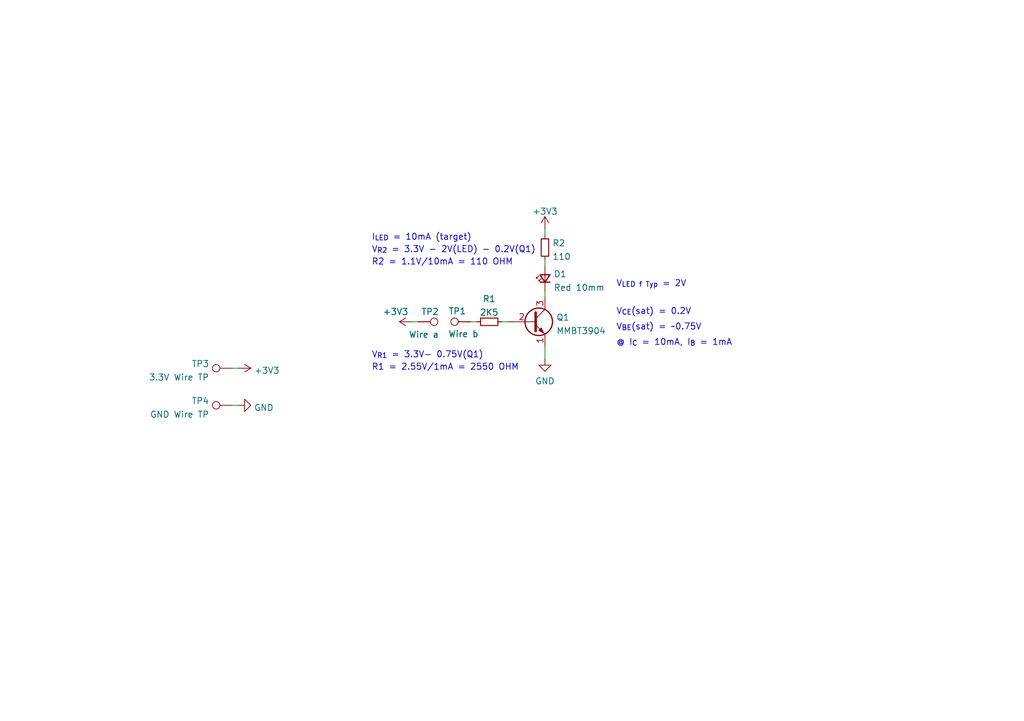
<source format=kicad_sch>
(kicad_sch (version 20210621) (generator eeschema)
  (paper "A5")
  (title_block (title "Wire tester") (date "2021-08-01") (rev "0.1") (company "Alex Carter"))
  (lib_symbols
    (symbol "Connector:TestPoint" (pin_numbers hide) (pin_names (offset 0.762) hide)
      (property "Reference" "TP" (at 0 6.858 0))
      (property "Value" "TestPoint" (at 0 5.08 0))
      (symbol "TestPoint_0_1"
        (circle (center 0 3.302) (radius 0.762))
      )
      (symbol "TestPoint_1_1"
        (pin passive line (at 0 0 90) (length 2.54) (name "1") (number "1"))
      )
    )
    (symbol "Device:LED_Small" (pin_numbers hide) (pin_names (offset 0.254) hide)
      (property "Reference" "D" (at -1.27 3.175 0))
      (property "Value" "LED_Small" (at -4.445 -2.54 0))
      (symbol "LED_Small_0_1"
        (polyline (pts (xy -0.762 -1.016) (xy -0.762 1.016)) (stroke (width 0.254)))
        (polyline (pts (xy 1.016 0) (xy -0.762 0)))
        (polyline (pts (xy 0.762 -1.016) (xy -0.762 0) (xy 0.762 1.016) (xy 0.762 -1.016)) (stroke (width 0.254)))
        (polyline (pts (xy 0 0.762) (xy -0.508 1.27) (xy -0.254 1.27) (xy -0.508 1.27) (xy -0.508 1.016)))
        (polyline (pts (xy 0.508 1.27) (xy 0 1.778) (xy 0.254 1.778) (xy 0 1.778) (xy 0 1.524)))
      )
      (symbol "LED_Small_1_1"
        (pin passive line (at -2.54 0 0) (length 1.778) (name "K") (number "1"))
        (pin passive line (at 2.54 0 180) (length 1.778) (name "A") (number "2"))
      )
    )
    (symbol "Device:R_Small" (pin_numbers hide) (pin_names (offset 0.254) hide)
      (property "Reference" "R" (at 0.762 0.508 0))
      (property "Value" "R_Small" (at 0.762 -1.016 0))
      (symbol "R_Small_0_1"
        (rectangle (start -0.762 1.778) (end 0.762 -1.778) (stroke (width 0.2032)))
      )
      (symbol "R_Small_1_1"
        (pin passive line (at 0 2.54 270) (length 0.762) (name "~") (number "1"))
        (pin passive line (at 0 -2.54 90) (length 0.762) (name "~") (number "2"))
      )
    )
    (symbol "Transistor_BJT:2N2219" (pin_names (offset 0) hide)
      (property "Reference" "Q" (at 5.08 1.905 0))
      (property "Value" "2N2219" (at 5.08 0 0))
      (symbol "2N2219_0_1"
        (circle (center 1.27 0) (radius 2.8194) (stroke (width 0.254)))
        (polyline (pts (xy 0.635 0.635) (xy 2.54 2.54)))
        (polyline (pts (xy 0.635 -0.635) (xy 2.54 -2.54) (xy 2.54 -2.54)))
        (polyline (pts (xy 0.635 1.905) (xy 0.635 -1.905) (xy 0.635 -1.905)) (stroke (width 0.508)))
        (polyline (pts (xy 1.27 -1.778) (xy 1.778 -1.27) (xy 2.286 -2.286) (xy 1.27 -1.778) (xy 1.27 -1.778)) (fill (type outline)))
      )
      (symbol "2N2219_1_1"
        (pin passive line (at 2.54 -5.08 90) (length 2.54) (name "E") (number "1"))
        (pin passive line (at -5.08 0 0) (length 5.715) (name "B") (number "2"))
        (pin passive line (at 2.54 5.08 270) (length 2.54) (name "C") (number "3"))
      )
    )
    (symbol "power:+3.3V" (power) (pin_names (offset 0))
      (property "Value" "+3.3V" (at 0 3.556 0))
      (symbol "+3.3V_0_1"
        (polyline (pts (xy -0.762 1.27) (xy 0 2.54)))
        (polyline (pts (xy 0 0) (xy 0 2.54)))
        (polyline (pts (xy 0 2.54) (xy 0.762 1.27)))
      )
      (symbol "+3.3V_1_1"
        (pin power_in line (at 0 0 90) (length 0) hide (name "+3V3") (number "1"))
      )
    )
    (symbol "power:GND" (power) (pin_names (offset 0))
      (property "Value" "GND" (at 0 -3.81 0))
      (symbol "GND_0_1"
        (polyline (pts (xy 0 0) (xy 0 -1.27) (xy 1.27 -1.27) (xy 0 -2.54) (xy -1.27 -1.27) (xy 0 -1.27)))
      )
      (symbol "GND_1_1"
        (pin power_in line (at 0 0 270) (length 0) hide (name "GND") (number "1"))
      )
    )
  )
  (wire (pts (xy 47.625 75.565) (xy 48.895 75.565)))
  (wire (pts (xy 48.895 83.185) (xy 47.625 83.185)))
  (wire (pts (xy 84.455 66.04) (xy 85.725 66.04)))
  (wire (pts (xy 96.52 66.04) (xy 97.79 66.04)))
  (wire (pts (xy 102.87 66.04) (xy 104.14 66.04)))
  (wire (pts (xy 111.76 46.99) (xy 111.76 48.26)))
  (wire (pts (xy 111.76 53.34) (xy 111.76 54.61)))
  (wire (pts (xy 111.76 59.69) (xy 111.76 60.96)))
  (wire (pts (xy 111.76 71.12) (xy 111.76 73.66)))
  (text "I_{LED} = 10mA (target)" (at 76.2 49.53 0) (effects (font (size 1.27 1.27)) (justify left bottom)))
  (text "V_{R2} = 3.3V - 2V(LED) - 0.2V(Q1)" (at 76.2 52.07 0) (effects (font (size 1.27 1.27)) (justify left bottom)))
  (text "R2 = 1.1V/10mA = 110 OHM" (at 76.2 54.61 0) (effects (font (size 1.27 1.27)) (justify left bottom)))
  (text "V_{R1} = 3.3V- 0.75V(Q1)" (at 76.2 73.66 0) (effects (font (size 1.27 1.27)) (justify left bottom)))
  (text "R1 = 2.55V/1mA = 2550 OHM" (at 76.2 76.2 0) (effects (font (size 1.27 1.27)) (justify left bottom)))
  (text "V_{LED f Typ} = 2V " (at 126.365 59.055 0) (effects (font (size 1.27 1.27)) (justify left bottom)))
  (text "V_{CE}(sat) = 0.2V" (at 126.365 64.77 0) (effects (font (size 1.27 1.27)) (justify left bottom)))
  (text "V_{BE}(sat) = ~0.75V" (at 126.365 67.945 0) (effects (font (size 1.27 1.27)) (justify left bottom)))
  (text "@ I_{C} = 10mA, I_{B} = 1mA" (at 126.365 71.12 0) (effects (font (size 1.27 1.27)) (justify left bottom)))
  (symbol (lib_id "power:+3.3V") (at 48.895 75.565 270) (unit 1)
    (property "Reference" "#PWR0105" (effects hide))
    (property "Value" "+3.3V" (at 52.0701 76.044 90) (effects (justify left)))
  )
  (symbol (lib_id "power:+3.3V") (at 84.455 66.04 90) (unit 1)
    (property "Reference" "#PWR0101" (effects hide))
    (property "Value" "+3.3V" (at 78.4861 63.979 90) (effects (justify right)))
  )
  (symbol (lib_id "power:+3.3V") (at 111.76 46.99 0) (unit 1)
    (property "Reference" "#PWR0102" (effects hide))
    (property "Value" "+3.3V" (at 111.76 43.3854 0))
  )
  (symbol (lib_id "Connector:TestPoint") (at 47.625 75.565 90) (mirror x) (unit 1)
    (property "Reference" "TP3" (at 42.9259 74.6565 90) (effects (justify left)))
    (property "Value" "3.3V Wire TP" (at 42.9259 77.4316 90) (effects (justify left)))
    (property "Footprint" "TestPoint:TestPoint_Keystone_5015_Micro-Minature" (effects hide))
  )
  (symbol (lib_id "Connector:TestPoint") (at 47.625 83.185 90) (mirror x) (unit 1)
    (property "Reference" "TP4" (at 42.9259 82.2765 90) (effects (justify left)))
    (property "Value" "GND Wire TP" (at 42.9259 85.0516 90) (effects (justify left)))
    (property "Footprint" "TestPoint:TestPoint_Keystone_5015_Micro-Minature" (effects hide))
  )
  (symbol (lib_id "Connector:TestPoint") (at 85.725 66.04 270) (mirror x) (unit 1)
    (property "Reference" "TP2" (at 88.2015 63.9784 90))
    (property "Value" "Wire a" (at 86.9315 68.6585 90))
    (property "Footprint" "TestPoint:TestPoint_Pad_4.0x4.0mm" (effects hide))
  )
  (symbol (lib_id "Connector:TestPoint") (at 96.52 66.04 90) (unit 1)
    (property "Reference" "TP1" (at 95.6309 63.8615 90) (effects (justify left)))
    (property "Value" "Wire b" (at 98.1709 68.5416 90) (effects (justify left)))
    (property "Footprint" "TestPoint:TestPoint_Pad_4.0x4.0mm" (effects hide))
  )
  (symbol (lib_id "power:GND") (at 48.895 83.185 90) (mirror x) (unit 1)
    (property "Reference" "#PWR0104" (effects hide))
    (property "Value" "GND" (at 52.0701 83.664 90) (effects (justify right)))
  )
  (symbol (lib_id "power:GND") (at 111.76 73.66 0) (unit 1)
    (property "Reference" "#PWR0103" (effects hide))
    (property "Value" "GND" (at 111.76 78.2226 0))
  )
  (symbol (lib_id "Device:R_Small") (at 100.33 66.04 90) (unit 1)
    (property "Reference" "R1" (at 100.33 61.3368 90))
    (property "Value" "2K5" (at 100.33 64.1119 90))
    (property "Footprint" "Resistor_SMD:R_0603_1608Metric" (effects hide))
  )
  (symbol (lib_id "Device:R_Small") (at 111.76 50.8 0) (unit 1)
    (property "Reference" "R2" (at 113.2587 49.8915 0) (effects (justify left)))
    (property "Value" "110" (at 113.2587 52.6666 0) (effects (justify left)))
    (property "Footprint" "Resistor_SMD:R_0603_1608Metric" (effects hide))
  )
  (symbol (lib_id "Device:LED_Small") (at 111.76 57.15 90) (unit 1)
    (property "Reference" "D1" (at 113.5381 56.2415 90) (effects (justify right)))
    (property "Value" "Red 10mm" (at 113.5381 59.0166 90) (effects (justify right)))
    (property "Footprint" "LED_THT:LED_D5.0mm" (effects hide))
  )
  (symbol (lib_id "Transistor_BJT:2N2219") (at 109.22 66.04 0) (unit 1)
    (property "Reference" "Q1" (at 114.0715 65.1315 0) (effects (justify left)))
    (property "Value" "MMBT3904" (at 114.0715 67.9066 0) (effects (justify left)))
    (property "Footprint" "Package_TO_SOT_SMD:SOT-23" (effects hide))
    (property "Datasheet" "http://www.onsemi.com/pub_link/Collateral/2N2219-D.PDF" (effects hide))
    (property "LCSC Part" "C444724" (effects hide))
  )
)
</source>
